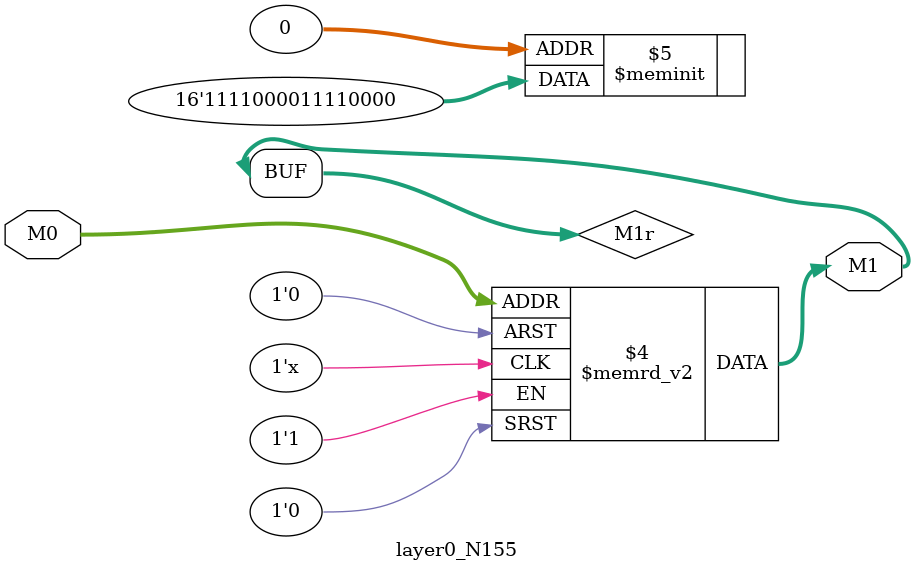
<source format=v>
module layer0_N155 ( input [2:0] M0, output [1:0] M1 );

	(*rom_style = "distributed" *) reg [1:0] M1r;
	assign M1 = M1r;
	always @ (M0) begin
		case (M0)
			3'b000: M1r = 2'b00;
			3'b100: M1r = 2'b00;
			3'b010: M1r = 2'b11;
			3'b110: M1r = 2'b11;
			3'b001: M1r = 2'b00;
			3'b101: M1r = 2'b00;
			3'b011: M1r = 2'b11;
			3'b111: M1r = 2'b11;

		endcase
	end
endmodule

</source>
